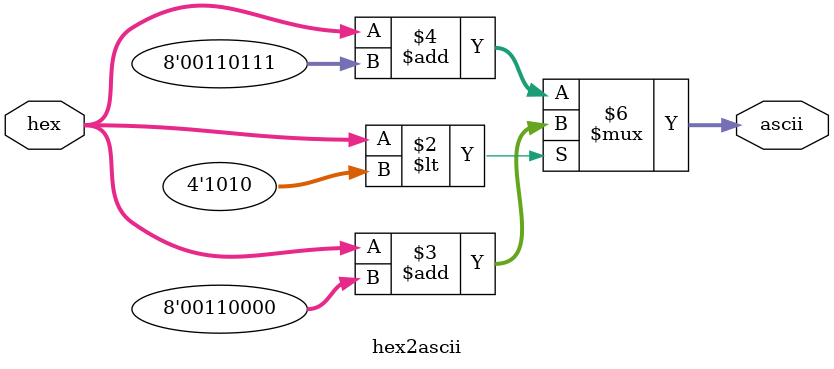
<source format=sv>



/* --- INSTANTIATION TEMPLATE BEGIN ---

hex2ascii HA (
  .hex(  ),
  .ascii(  )
);

--- INSTANTIATION TEMPLATE END ---*/


module hex2ascii (
  input [3:0] hex,
  output [7:0] ascii
);

  always_comb begin
    if( hex[3:0] < 4'hA ) begin
      ascii[7:0] = hex[3:0] + 8'd48;   // 0 hex -> 48 ascii
    end else begin
      ascii[7:0] = hex[3:0] + 8'd55;   // A hex -> 65 ascii
    end
  end

endmodule


</source>
